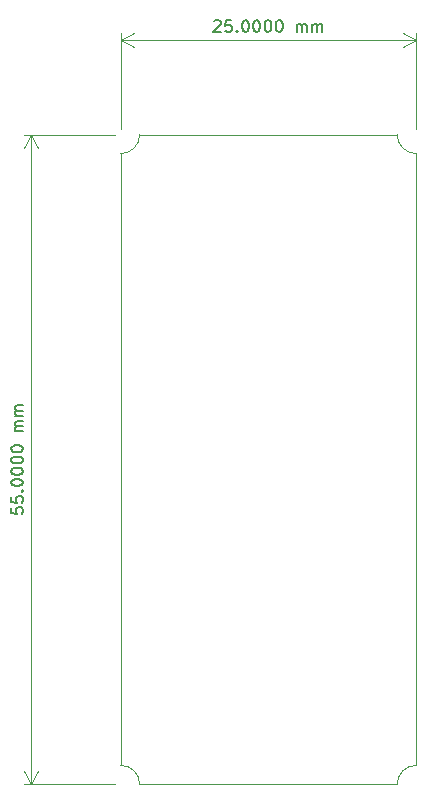
<source format=gbr>
%TF.GenerationSoftware,KiCad,Pcbnew,7.0.9*%
%TF.CreationDate,2025-03-23T17:44:29-04:00*%
%TF.ProjectId,Compact_Control,436f6d70-6163-4745-9f43-6f6e74726f6c,rev?*%
%TF.SameCoordinates,Original*%
%TF.FileFunction,Profile,NP*%
%FSLAX46Y46*%
G04 Gerber Fmt 4.6, Leading zero omitted, Abs format (unit mm)*
G04 Created by KiCad (PCBNEW 7.0.9) date 2025-03-23 17:44:29*
%MOMM*%
%LPD*%
G01*
G04 APERTURE LIST*
%TA.AperFunction,Profile*%
%ADD10C,0.100000*%
%TD*%
%ADD11C,0.150000*%
G04 APERTURE END LIST*
D10*
X1600000Y-55000000D02*
G75*
G03*
X0Y-53400000I-1600000J0D01*
G01*
X25000000Y-53400000D02*
G75*
G03*
X23400000Y-55000000I0J-1600000D01*
G01*
X0Y-53400000D02*
X0Y-1600000D01*
X25000000Y-1600000D02*
X25000000Y-53400000D01*
X0Y-1600000D02*
G75*
G03*
X1600000Y0I0J1600000D01*
G01*
X23400000Y0D02*
G75*
G03*
X25000000Y-1600000I1600000J0D01*
G01*
X23400000Y-55000000D02*
X1600000Y-55000000D01*
X1600000Y0D02*
X23400000Y0D01*
D11*
X-9295180Y-31595237D02*
X-9295180Y-32071427D01*
X-9295180Y-32071427D02*
X-8818990Y-32119046D01*
X-8818990Y-32119046D02*
X-8866609Y-32071427D01*
X-8866609Y-32071427D02*
X-8914228Y-31976189D01*
X-8914228Y-31976189D02*
X-8914228Y-31738094D01*
X-8914228Y-31738094D02*
X-8866609Y-31642856D01*
X-8866609Y-31642856D02*
X-8818990Y-31595237D01*
X-8818990Y-31595237D02*
X-8723752Y-31547618D01*
X-8723752Y-31547618D02*
X-8485657Y-31547618D01*
X-8485657Y-31547618D02*
X-8390419Y-31595237D01*
X-8390419Y-31595237D02*
X-8342800Y-31642856D01*
X-8342800Y-31642856D02*
X-8295180Y-31738094D01*
X-8295180Y-31738094D02*
X-8295180Y-31976189D01*
X-8295180Y-31976189D02*
X-8342800Y-32071427D01*
X-8342800Y-32071427D02*
X-8390419Y-32119046D01*
X-9295180Y-30642856D02*
X-9295180Y-31119046D01*
X-9295180Y-31119046D02*
X-8818990Y-31166665D01*
X-8818990Y-31166665D02*
X-8866609Y-31119046D01*
X-8866609Y-31119046D02*
X-8914228Y-31023808D01*
X-8914228Y-31023808D02*
X-8914228Y-30785713D01*
X-8914228Y-30785713D02*
X-8866609Y-30690475D01*
X-8866609Y-30690475D02*
X-8818990Y-30642856D01*
X-8818990Y-30642856D02*
X-8723752Y-30595237D01*
X-8723752Y-30595237D02*
X-8485657Y-30595237D01*
X-8485657Y-30595237D02*
X-8390419Y-30642856D01*
X-8390419Y-30642856D02*
X-8342800Y-30690475D01*
X-8342800Y-30690475D02*
X-8295180Y-30785713D01*
X-8295180Y-30785713D02*
X-8295180Y-31023808D01*
X-8295180Y-31023808D02*
X-8342800Y-31119046D01*
X-8342800Y-31119046D02*
X-8390419Y-31166665D01*
X-8390419Y-30166665D02*
X-8342800Y-30119046D01*
X-8342800Y-30119046D02*
X-8295180Y-30166665D01*
X-8295180Y-30166665D02*
X-8342800Y-30214284D01*
X-8342800Y-30214284D02*
X-8390419Y-30166665D01*
X-8390419Y-30166665D02*
X-8295180Y-30166665D01*
X-9295180Y-29499999D02*
X-9295180Y-29404761D01*
X-9295180Y-29404761D02*
X-9247561Y-29309523D01*
X-9247561Y-29309523D02*
X-9199942Y-29261904D01*
X-9199942Y-29261904D02*
X-9104704Y-29214285D01*
X-9104704Y-29214285D02*
X-8914228Y-29166666D01*
X-8914228Y-29166666D02*
X-8676133Y-29166666D01*
X-8676133Y-29166666D02*
X-8485657Y-29214285D01*
X-8485657Y-29214285D02*
X-8390419Y-29261904D01*
X-8390419Y-29261904D02*
X-8342800Y-29309523D01*
X-8342800Y-29309523D02*
X-8295180Y-29404761D01*
X-8295180Y-29404761D02*
X-8295180Y-29499999D01*
X-8295180Y-29499999D02*
X-8342800Y-29595237D01*
X-8342800Y-29595237D02*
X-8390419Y-29642856D01*
X-8390419Y-29642856D02*
X-8485657Y-29690475D01*
X-8485657Y-29690475D02*
X-8676133Y-29738094D01*
X-8676133Y-29738094D02*
X-8914228Y-29738094D01*
X-8914228Y-29738094D02*
X-9104704Y-29690475D01*
X-9104704Y-29690475D02*
X-9199942Y-29642856D01*
X-9199942Y-29642856D02*
X-9247561Y-29595237D01*
X-9247561Y-29595237D02*
X-9295180Y-29499999D01*
X-9295180Y-28547618D02*
X-9295180Y-28452380D01*
X-9295180Y-28452380D02*
X-9247561Y-28357142D01*
X-9247561Y-28357142D02*
X-9199942Y-28309523D01*
X-9199942Y-28309523D02*
X-9104704Y-28261904D01*
X-9104704Y-28261904D02*
X-8914228Y-28214285D01*
X-8914228Y-28214285D02*
X-8676133Y-28214285D01*
X-8676133Y-28214285D02*
X-8485657Y-28261904D01*
X-8485657Y-28261904D02*
X-8390419Y-28309523D01*
X-8390419Y-28309523D02*
X-8342800Y-28357142D01*
X-8342800Y-28357142D02*
X-8295180Y-28452380D01*
X-8295180Y-28452380D02*
X-8295180Y-28547618D01*
X-8295180Y-28547618D02*
X-8342800Y-28642856D01*
X-8342800Y-28642856D02*
X-8390419Y-28690475D01*
X-8390419Y-28690475D02*
X-8485657Y-28738094D01*
X-8485657Y-28738094D02*
X-8676133Y-28785713D01*
X-8676133Y-28785713D02*
X-8914228Y-28785713D01*
X-8914228Y-28785713D02*
X-9104704Y-28738094D01*
X-9104704Y-28738094D02*
X-9199942Y-28690475D01*
X-9199942Y-28690475D02*
X-9247561Y-28642856D01*
X-9247561Y-28642856D02*
X-9295180Y-28547618D01*
X-9295180Y-27595237D02*
X-9295180Y-27499999D01*
X-9295180Y-27499999D02*
X-9247561Y-27404761D01*
X-9247561Y-27404761D02*
X-9199942Y-27357142D01*
X-9199942Y-27357142D02*
X-9104704Y-27309523D01*
X-9104704Y-27309523D02*
X-8914228Y-27261904D01*
X-8914228Y-27261904D02*
X-8676133Y-27261904D01*
X-8676133Y-27261904D02*
X-8485657Y-27309523D01*
X-8485657Y-27309523D02*
X-8390419Y-27357142D01*
X-8390419Y-27357142D02*
X-8342800Y-27404761D01*
X-8342800Y-27404761D02*
X-8295180Y-27499999D01*
X-8295180Y-27499999D02*
X-8295180Y-27595237D01*
X-8295180Y-27595237D02*
X-8342800Y-27690475D01*
X-8342800Y-27690475D02*
X-8390419Y-27738094D01*
X-8390419Y-27738094D02*
X-8485657Y-27785713D01*
X-8485657Y-27785713D02*
X-8676133Y-27833332D01*
X-8676133Y-27833332D02*
X-8914228Y-27833332D01*
X-8914228Y-27833332D02*
X-9104704Y-27785713D01*
X-9104704Y-27785713D02*
X-9199942Y-27738094D01*
X-9199942Y-27738094D02*
X-9247561Y-27690475D01*
X-9247561Y-27690475D02*
X-9295180Y-27595237D01*
X-9295180Y-26642856D02*
X-9295180Y-26547618D01*
X-9295180Y-26547618D02*
X-9247561Y-26452380D01*
X-9247561Y-26452380D02*
X-9199942Y-26404761D01*
X-9199942Y-26404761D02*
X-9104704Y-26357142D01*
X-9104704Y-26357142D02*
X-8914228Y-26309523D01*
X-8914228Y-26309523D02*
X-8676133Y-26309523D01*
X-8676133Y-26309523D02*
X-8485657Y-26357142D01*
X-8485657Y-26357142D02*
X-8390419Y-26404761D01*
X-8390419Y-26404761D02*
X-8342800Y-26452380D01*
X-8342800Y-26452380D02*
X-8295180Y-26547618D01*
X-8295180Y-26547618D02*
X-8295180Y-26642856D01*
X-8295180Y-26642856D02*
X-8342800Y-26738094D01*
X-8342800Y-26738094D02*
X-8390419Y-26785713D01*
X-8390419Y-26785713D02*
X-8485657Y-26833332D01*
X-8485657Y-26833332D02*
X-8676133Y-26880951D01*
X-8676133Y-26880951D02*
X-8914228Y-26880951D01*
X-8914228Y-26880951D02*
X-9104704Y-26833332D01*
X-9104704Y-26833332D02*
X-9199942Y-26785713D01*
X-9199942Y-26785713D02*
X-9247561Y-26738094D01*
X-9247561Y-26738094D02*
X-9295180Y-26642856D01*
X-8295180Y-25119046D02*
X-8961847Y-25119046D01*
X-8866609Y-25119046D02*
X-8914228Y-25071427D01*
X-8914228Y-25071427D02*
X-8961847Y-24976189D01*
X-8961847Y-24976189D02*
X-8961847Y-24833332D01*
X-8961847Y-24833332D02*
X-8914228Y-24738094D01*
X-8914228Y-24738094D02*
X-8818990Y-24690475D01*
X-8818990Y-24690475D02*
X-8295180Y-24690475D01*
X-8818990Y-24690475D02*
X-8914228Y-24642856D01*
X-8914228Y-24642856D02*
X-8961847Y-24547618D01*
X-8961847Y-24547618D02*
X-8961847Y-24404761D01*
X-8961847Y-24404761D02*
X-8914228Y-24309522D01*
X-8914228Y-24309522D02*
X-8818990Y-24261903D01*
X-8818990Y-24261903D02*
X-8295180Y-24261903D01*
X-8295180Y-23785713D02*
X-8961847Y-23785713D01*
X-8866609Y-23785713D02*
X-8914228Y-23738094D01*
X-8914228Y-23738094D02*
X-8961847Y-23642856D01*
X-8961847Y-23642856D02*
X-8961847Y-23499999D01*
X-8961847Y-23499999D02*
X-8914228Y-23404761D01*
X-8914228Y-23404761D02*
X-8818990Y-23357142D01*
X-8818990Y-23357142D02*
X-8295180Y-23357142D01*
X-8818990Y-23357142D02*
X-8914228Y-23309523D01*
X-8914228Y-23309523D02*
X-8961847Y-23214285D01*
X-8961847Y-23214285D02*
X-8961847Y-23071428D01*
X-8961847Y-23071428D02*
X-8914228Y-22976189D01*
X-8914228Y-22976189D02*
X-8818990Y-22928570D01*
X-8818990Y-22928570D02*
X-8295180Y-22928570D01*
D10*
X-500000Y0D02*
X-8186420Y0D01*
X-500000Y-55000000D02*
X-8186420Y-55000000D01*
X-7600000Y0D02*
X-7600000Y-55000000D01*
X-7600000Y0D02*
X-7600000Y-55000000D01*
X-7600000Y0D02*
X-7013579Y-1126504D01*
X-7600000Y0D02*
X-8186421Y-1126504D01*
X-7600000Y-55000000D02*
X-8186421Y-53873496D01*
X-7600000Y-55000000D02*
X-7013579Y-53873496D01*
D11*
X7880953Y9599942D02*
X7928572Y9647561D01*
X7928572Y9647561D02*
X8023810Y9695180D01*
X8023810Y9695180D02*
X8261905Y9695180D01*
X8261905Y9695180D02*
X8357143Y9647561D01*
X8357143Y9647561D02*
X8404762Y9599942D01*
X8404762Y9599942D02*
X8452381Y9504704D01*
X8452381Y9504704D02*
X8452381Y9409466D01*
X8452381Y9409466D02*
X8404762Y9266609D01*
X8404762Y9266609D02*
X7833334Y8695180D01*
X7833334Y8695180D02*
X8452381Y8695180D01*
X9357143Y9695180D02*
X8880953Y9695180D01*
X8880953Y9695180D02*
X8833334Y9218990D01*
X8833334Y9218990D02*
X8880953Y9266609D01*
X8880953Y9266609D02*
X8976191Y9314228D01*
X8976191Y9314228D02*
X9214286Y9314228D01*
X9214286Y9314228D02*
X9309524Y9266609D01*
X9309524Y9266609D02*
X9357143Y9218990D01*
X9357143Y9218990D02*
X9404762Y9123752D01*
X9404762Y9123752D02*
X9404762Y8885657D01*
X9404762Y8885657D02*
X9357143Y8790419D01*
X9357143Y8790419D02*
X9309524Y8742800D01*
X9309524Y8742800D02*
X9214286Y8695180D01*
X9214286Y8695180D02*
X8976191Y8695180D01*
X8976191Y8695180D02*
X8880953Y8742800D01*
X8880953Y8742800D02*
X8833334Y8790419D01*
X9833334Y8790419D02*
X9880953Y8742800D01*
X9880953Y8742800D02*
X9833334Y8695180D01*
X9833334Y8695180D02*
X9785715Y8742800D01*
X9785715Y8742800D02*
X9833334Y8790419D01*
X9833334Y8790419D02*
X9833334Y8695180D01*
X10500000Y9695180D02*
X10595238Y9695180D01*
X10595238Y9695180D02*
X10690476Y9647561D01*
X10690476Y9647561D02*
X10738095Y9599942D01*
X10738095Y9599942D02*
X10785714Y9504704D01*
X10785714Y9504704D02*
X10833333Y9314228D01*
X10833333Y9314228D02*
X10833333Y9076133D01*
X10833333Y9076133D02*
X10785714Y8885657D01*
X10785714Y8885657D02*
X10738095Y8790419D01*
X10738095Y8790419D02*
X10690476Y8742800D01*
X10690476Y8742800D02*
X10595238Y8695180D01*
X10595238Y8695180D02*
X10500000Y8695180D01*
X10500000Y8695180D02*
X10404762Y8742800D01*
X10404762Y8742800D02*
X10357143Y8790419D01*
X10357143Y8790419D02*
X10309524Y8885657D01*
X10309524Y8885657D02*
X10261905Y9076133D01*
X10261905Y9076133D02*
X10261905Y9314228D01*
X10261905Y9314228D02*
X10309524Y9504704D01*
X10309524Y9504704D02*
X10357143Y9599942D01*
X10357143Y9599942D02*
X10404762Y9647561D01*
X10404762Y9647561D02*
X10500000Y9695180D01*
X11452381Y9695180D02*
X11547619Y9695180D01*
X11547619Y9695180D02*
X11642857Y9647561D01*
X11642857Y9647561D02*
X11690476Y9599942D01*
X11690476Y9599942D02*
X11738095Y9504704D01*
X11738095Y9504704D02*
X11785714Y9314228D01*
X11785714Y9314228D02*
X11785714Y9076133D01*
X11785714Y9076133D02*
X11738095Y8885657D01*
X11738095Y8885657D02*
X11690476Y8790419D01*
X11690476Y8790419D02*
X11642857Y8742800D01*
X11642857Y8742800D02*
X11547619Y8695180D01*
X11547619Y8695180D02*
X11452381Y8695180D01*
X11452381Y8695180D02*
X11357143Y8742800D01*
X11357143Y8742800D02*
X11309524Y8790419D01*
X11309524Y8790419D02*
X11261905Y8885657D01*
X11261905Y8885657D02*
X11214286Y9076133D01*
X11214286Y9076133D02*
X11214286Y9314228D01*
X11214286Y9314228D02*
X11261905Y9504704D01*
X11261905Y9504704D02*
X11309524Y9599942D01*
X11309524Y9599942D02*
X11357143Y9647561D01*
X11357143Y9647561D02*
X11452381Y9695180D01*
X12404762Y9695180D02*
X12500000Y9695180D01*
X12500000Y9695180D02*
X12595238Y9647561D01*
X12595238Y9647561D02*
X12642857Y9599942D01*
X12642857Y9599942D02*
X12690476Y9504704D01*
X12690476Y9504704D02*
X12738095Y9314228D01*
X12738095Y9314228D02*
X12738095Y9076133D01*
X12738095Y9076133D02*
X12690476Y8885657D01*
X12690476Y8885657D02*
X12642857Y8790419D01*
X12642857Y8790419D02*
X12595238Y8742800D01*
X12595238Y8742800D02*
X12500000Y8695180D01*
X12500000Y8695180D02*
X12404762Y8695180D01*
X12404762Y8695180D02*
X12309524Y8742800D01*
X12309524Y8742800D02*
X12261905Y8790419D01*
X12261905Y8790419D02*
X12214286Y8885657D01*
X12214286Y8885657D02*
X12166667Y9076133D01*
X12166667Y9076133D02*
X12166667Y9314228D01*
X12166667Y9314228D02*
X12214286Y9504704D01*
X12214286Y9504704D02*
X12261905Y9599942D01*
X12261905Y9599942D02*
X12309524Y9647561D01*
X12309524Y9647561D02*
X12404762Y9695180D01*
X13357143Y9695180D02*
X13452381Y9695180D01*
X13452381Y9695180D02*
X13547619Y9647561D01*
X13547619Y9647561D02*
X13595238Y9599942D01*
X13595238Y9599942D02*
X13642857Y9504704D01*
X13642857Y9504704D02*
X13690476Y9314228D01*
X13690476Y9314228D02*
X13690476Y9076133D01*
X13690476Y9076133D02*
X13642857Y8885657D01*
X13642857Y8885657D02*
X13595238Y8790419D01*
X13595238Y8790419D02*
X13547619Y8742800D01*
X13547619Y8742800D02*
X13452381Y8695180D01*
X13452381Y8695180D02*
X13357143Y8695180D01*
X13357143Y8695180D02*
X13261905Y8742800D01*
X13261905Y8742800D02*
X13214286Y8790419D01*
X13214286Y8790419D02*
X13166667Y8885657D01*
X13166667Y8885657D02*
X13119048Y9076133D01*
X13119048Y9076133D02*
X13119048Y9314228D01*
X13119048Y9314228D02*
X13166667Y9504704D01*
X13166667Y9504704D02*
X13214286Y9599942D01*
X13214286Y9599942D02*
X13261905Y9647561D01*
X13261905Y9647561D02*
X13357143Y9695180D01*
X14880953Y8695180D02*
X14880953Y9361847D01*
X14880953Y9266609D02*
X14928572Y9314228D01*
X14928572Y9314228D02*
X15023810Y9361847D01*
X15023810Y9361847D02*
X15166667Y9361847D01*
X15166667Y9361847D02*
X15261905Y9314228D01*
X15261905Y9314228D02*
X15309524Y9218990D01*
X15309524Y9218990D02*
X15309524Y8695180D01*
X15309524Y9218990D02*
X15357143Y9314228D01*
X15357143Y9314228D02*
X15452381Y9361847D01*
X15452381Y9361847D02*
X15595238Y9361847D01*
X15595238Y9361847D02*
X15690477Y9314228D01*
X15690477Y9314228D02*
X15738096Y9218990D01*
X15738096Y9218990D02*
X15738096Y8695180D01*
X16214286Y8695180D02*
X16214286Y9361847D01*
X16214286Y9266609D02*
X16261905Y9314228D01*
X16261905Y9314228D02*
X16357143Y9361847D01*
X16357143Y9361847D02*
X16500000Y9361847D01*
X16500000Y9361847D02*
X16595238Y9314228D01*
X16595238Y9314228D02*
X16642857Y9218990D01*
X16642857Y9218990D02*
X16642857Y8695180D01*
X16642857Y9218990D02*
X16690476Y9314228D01*
X16690476Y9314228D02*
X16785714Y9361847D01*
X16785714Y9361847D02*
X16928571Y9361847D01*
X16928571Y9361847D02*
X17023810Y9314228D01*
X17023810Y9314228D02*
X17071429Y9218990D01*
X17071429Y9218990D02*
X17071429Y8695180D01*
D10*
X0Y500000D02*
X0Y8586420D01*
X25000000Y500000D02*
X25000000Y8586420D01*
X0Y8000000D02*
X25000000Y8000000D01*
X0Y8000000D02*
X25000000Y8000000D01*
X0Y8000000D02*
X1126504Y8586421D01*
X0Y8000000D02*
X1126504Y7413579D01*
X25000000Y8000000D02*
X23873496Y7413579D01*
X25000000Y8000000D02*
X23873496Y8586421D01*
M02*

</source>
